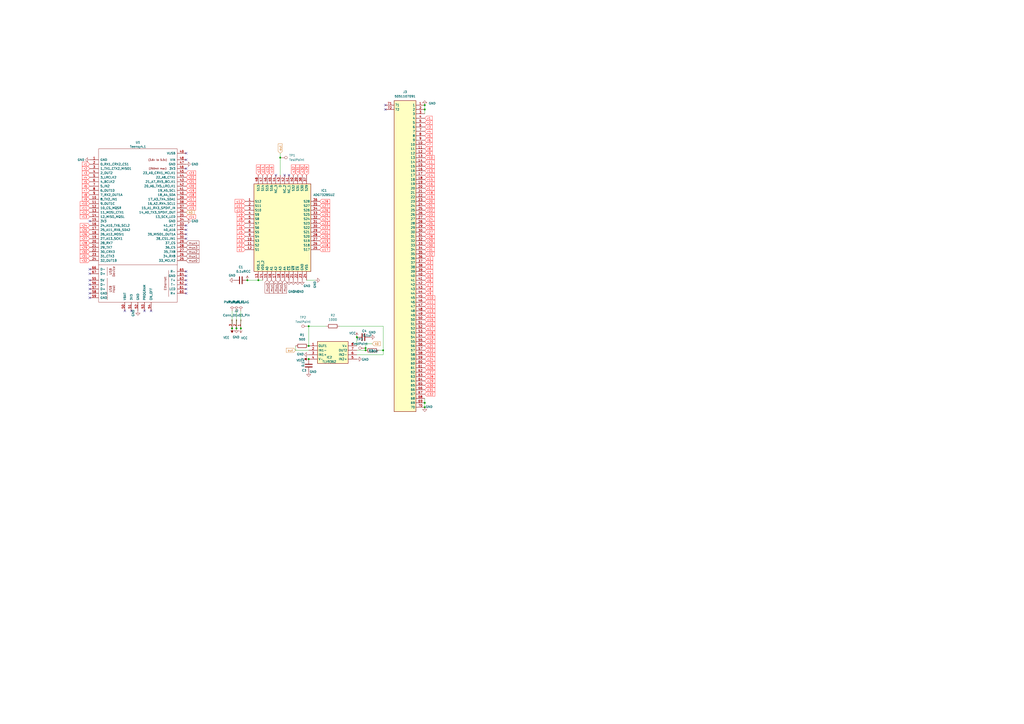
<source format=kicad_sch>
(kicad_sch (version 20231120) (generator "eeschema") (generator_version "8.0")
  (paper "A2")
  (lib_symbols
    (symbol "5051107091:5051107091"
      (property "Reference" "J" (at 19.05 7.62 0))
      (property "Value" "5051107091" (at 19.05 5.08 0))
      (symbol "5051107091_1_1"
        (rectangle (start 5.08 2.54) (end 17.78 -177.8) (stroke (width 0.254)) (fill (type background)))
        (pin passive line (at 22.86 0 180) (length 5.08) (name "1") (number "1"))
        (pin passive line (at 22.86 -22.86 180) (length 5.08) (name "10") (number "10"))
        (pin passive line (at 22.86 -25.4 180) (length 5.08) (name "11") (number "11"))
        (pin passive line (at 22.86 -27.94 180) (length 5.08) (name "12") (number "12"))
        (pin passive line (at 22.86 -30.48 180) (length 5.08) (name "13") (number "13"))
        (pin passive line (at 22.86 -33.02 180) (length 5.08) (name "14") (number "14"))
        (pin passive line (at 22.86 -35.56 180) (length 5.08) (name "15") (number "15"))
        (pin passive line (at 22.86 -38.1 180) (length 5.08) (name "16") (number "16"))
        (pin passive line (at 22.86 -40.64 180) (length 5.08) (name "17") (number "17"))
        (pin passive line (at 22.86 -43.18 180) (length 5.08) (name "18") (number "18"))
        (pin passive line (at 22.86 -45.72 180) (length 5.08) (name "19") (number "19"))
        (pin passive line (at 22.86 -2.54 180) (length 5.08) (name "2") (number "2"))
        (pin passive line (at 22.86 -48.26 180) (length 5.08) (name "20") (number "20"))
        (pin passive line (at 22.86 -50.8 180) (length 5.08) (name "21") (number "21"))
        (pin passive line (at 22.86 -53.34 180) (length 5.08) (name "22") (number "22"))
        (pin passive line (at 22.86 -55.88 180) (length 5.08) (name "23") (number "23"))
        (pin passive line (at 22.86 -58.42 180) (length 5.08) (name "24") (number "24"))
        (pin passive line (at 22.86 -60.96 180) (length 5.08) (name "25") (number "25"))
        (pin passive line (at 22.86 -63.5 180) (length 5.08) (name "26") (number "26"))
        (pin passive line (at 22.86 -66.04 180) (length 5.08) (name "27") (number "27"))
        (pin passive line (at 22.86 -68.58 180) (length 5.08) (name "28") (number "28"))
        (pin passive line (at 22.86 -71.12 180) (length 5.08) (name "29") (number "29"))
        (pin passive line (at 22.86 -5.08 180) (length 5.08) (name "3") (number "3"))
        (pin passive line (at 22.86 -73.66 180) (length 5.08) (name "30") (number "30"))
        (pin passive line (at 22.86 -76.2 180) (length 5.08) (name "31") (number "31"))
        (pin passive line (at 22.86 -78.74 180) (length 5.08) (name "32") (number "32"))
        (pin passive line (at 22.86 -81.28 180) (length 5.08) (name "33") (number "33"))
        (pin passive line (at 22.86 -83.82 180) (length 5.08) (name "34") (number "34"))
        (pin passive line (at 22.86 -86.36 180) (length 5.08) (name "35") (number "35"))
        (pin passive line (at 22.86 -88.9 180) (length 5.08) (name "36") (number "36"))
        (pin passive line (at 22.86 -91.44 180) (length 5.08) (name "37") (number "37"))
        (pin passive line (at 22.86 -93.98 180) (length 5.08) (name "38") (number "38"))
        (pin passive line (at 22.86 -96.52 180) (length 5.08) (name "39") (number "39"))
        (pin passive line (at 22.86 -7.62 180) (length 5.08) (name "4") (number "4"))
        (pin passive line (at 22.86 -99.06 180) (length 5.08) (name "40") (number "40"))
        (pin passive line (at 22.86 -101.6 180) (length 5.08) (name "41") (number "41"))
        (pin passive line (at 22.86 -104.14 180) (length 5.08) (name "42") (number "42"))
        (pin passive line (at 22.86 -106.68 180) (length 5.08) (name "43") (number "43"))
        (pin passive line (at 22.86 -109.22 180) (length 5.08) (name "44") (number "44"))
        (pin passive line (at 22.86 -111.76 180) (length 5.08) (name "45") (number "45"))
        (pin passive line (at 22.86 -114.3 180) (length 5.08) (name "46") (number "46"))
        (pin passive line (at 22.86 -116.84 180) (length 5.08) (name "47") (number "47"))
        (pin passive line (at 22.86 -119.38 180) (length 5.08) (name "48") (number "48"))
        (pin passive line (at 22.86 -121.92 180) (length 5.08) (name "49") (number "49"))
        (pin passive line (at 22.86 -10.16 180) (length 5.08) (name "5") (number "5"))
        (pin passive line (at 22.86 -124.46 180) (length 5.08) (name "50") (number "50"))
        (pin passive line (at 22.86 -127 180) (length 5.08) (name "51") (number "51"))
        (pin passive line (at 22.86 -129.54 180) (length 5.08) (name "52") (number "52"))
        (pin passive line (at 22.86 -132.08 180) (length 5.08) (name "53") (number "53"))
        (pin passive line (at 22.86 -134.62 180) (length 5.08) (name "54") (number "54"))
        (pin passive line (at 22.86 -137.16 180) (length 5.08) (name "55") (number "55"))
        (pin passive line (at 22.86 -139.7 180) (length 5.08) (name "56") (number "56"))
        (pin passive line (at 22.86 -142.24 180) (length 5.08) (name "57") (number "57"))
        (pin passive line (at 22.86 -144.78 180) (length 5.08) (name "58") (number "58"))
        (pin passive line (at 22.86 -147.32 180) (length 5.08) (name "59") (number "59"))
        (pin passive line (at 22.86 -12.7 180) (length 5.08) (name "6") (number "6"))
        (pin passive line (at 22.86 -149.86 180) (length 5.08) (name "60") (number "60"))
        (pin passive line (at 22.86 -152.4 180) (length 5.08) (name "61") (number "61"))
        (pin passive line (at 22.86 -154.94 180) (length 5.08) (name "62") (number "62"))
        (pin passive line (at 22.86 -157.48 180) (length 5.08) (name "63") (number "63"))
        (pin passive line (at 22.86 -160.02 180) (length 5.08) (name "64") (number "64"))
        (pin passive line (at 22.86 -162.56 180) (length 5.08) (name "65") (number "65"))
        (pin passive line (at 22.86 -165.1 180) (length 5.08) (name "66") (number "66"))
        (pin passive line (at 22.86 -167.64 180) (length 5.08) (name "67") (number "67"))
        (pin passive line (at 22.86 -170.18 180) (length 5.08) (name "68") (number "68"))
        (pin passive line (at 22.86 -172.72 180) (length 5.08) (name "69") (number "69"))
        (pin passive line (at 22.86 -15.24 180) (length 5.08) (name "7") (number "7"))
        (pin passive line (at 22.86 -175.26 180) (length 5.08) (name "70") (number "70"))
        (pin passive line (at 0 0 0) (length 5.08) (name "71") (number "71"))
        (pin passive line (at 0 -2.54 0) (length 5.08) (name "72") (number "72"))
        (pin passive line (at 22.86 -17.78 180) (length 5.08) (name "8") (number "8"))
        (pin passive line (at 22.86 -20.32 180) (length 5.08) (name "9") (number "9"))
      )
    )
    (symbol "ADG732BSUZ:ADG732BSUZ"
      (property "Reference" "IC" (at 39.37 15.24 0))
      (property "Value" "ADG732BSUZ" (at 39.37 12.7 0))
      (symbol "ADG732BSUZ_1_1"
        (rectangle (start 5.08 10.16) (end 38.1 -40.64) (stroke (width 0.254)) (fill (type background)))
        (pin passive line (at 0 0 0) (length 5.08) (name "S12") (number "1"))
        (pin passive line (at 0 -22.86 0) (length 5.08) (name "S3") (number "10"))
        (pin passive line (at 0 -25.4 0) (length 5.08) (name "S2") (number "11"))
        (pin passive line (at 0 -27.94 0) (length 5.08) (name "S1") (number "12"))
        (pin passive line (at 7.62 -45.72 90) (length 5.08) (name "VDD_1") (number "13"))
        (pin passive line (at 10.16 -45.72 90) (length 5.08) (name "VDD_2") (number "14"))
        (pin passive line (at 12.7 -45.72 90) (length 5.08) (name "A0") (number "15"))
        (pin passive line (at 15.24 -45.72 90) (length 5.08) (name "A1") (number "16"))
        (pin passive line (at 17.78 -45.72 90) (length 5.08) (name "A2") (number "17"))
        (pin passive line (at 20.32 -45.72 90) (length 5.08) (name "A3") (number "18"))
        (pin passive line (at 22.86 -45.72 90) (length 5.08) (name "A4") (number "19"))
        (pin passive line (at 0 -2.54 0) (length 5.08) (name "S11") (number "2"))
        (pin passive line (at 25.4 -45.72 90) (length 5.08) (name "~{CS}") (number "20"))
        (pin passive line (at 27.94 -45.72 90) (length 5.08) (name "~{WR}") (number "21"))
        (pin passive line (at 30.48 -45.72 90) (length 5.08) (name "~{EN}") (number "22"))
        (pin passive line (at 33.02 -45.72 90) (length 5.08) (name "GND") (number "23"))
        (pin passive line (at 35.56 -45.72 90) (length 5.08) (name "VSS") (number "24"))
        (pin passive line (at 43.18 -27.94 180) (length 5.08) (name "S17") (number "25"))
        (pin passive line (at 43.18 -25.4 180) (length 5.08) (name "S18") (number "26"))
        (pin passive line (at 43.18 -22.86 180) (length 5.08) (name "S19") (number "27"))
        (pin passive line (at 43.18 -20.32 180) (length 5.08) (name "S20") (number "28"))
        (pin passive line (at 43.18 -17.78 180) (length 5.08) (name "S21") (number "29"))
        (pin passive line (at 0 -5.08 0) (length 5.08) (name "S10") (number "3"))
        (pin passive line (at 43.18 -15.24 180) (length 5.08) (name "S22") (number "30"))
        (pin passive line (at 43.18 -12.7 180) (length 5.08) (name "S23") (number "31"))
        (pin passive line (at 43.18 -10.16 180) (length 5.08) (name "S24") (number "32"))
        (pin passive line (at 43.18 -7.62 180) (length 5.08) (name "S25") (number "33"))
        (pin passive line (at 43.18 -5.08 180) (length 5.08) (name "S26") (number "34"))
        (pin passive line (at 43.18 -2.54 180) (length 5.08) (name "S27") (number "35"))
        (pin passive line (at 43.18 0 180) (length 5.08) (name "S28") (number "36"))
        (pin passive line (at 35.56 15.24 270) (length 5.08) (name "S29") (number "37"))
        (pin passive line (at 33.02 15.24 270) (length 5.08) (name "S30") (number "38"))
        (pin passive line (at 30.48 15.24 270) (length 5.08) (name "S31") (number "39"))
        (pin passive line (at 0 -7.62 0) (length 5.08) (name "S9") (number "4"))
        (pin passive line (at 27.94 15.24 270) (length 5.08) (name "S32") (number "40"))
        (pin passive line (at 25.4 15.24 270) (length 5.08) (name "NC_1") (number "41"))
        (pin passive line (at 22.86 15.24 270) (length 5.08) (name "NC_2") (number "42"))
        (pin passive line (at 20.32 15.24 270) (length 5.08) (name "D") (number "43"))
        (pin passive line (at 17.78 15.24 270) (length 5.08) (name "NC_3") (number "44"))
        (pin passive line (at 15.24 15.24 270) (length 5.08) (name "S16") (number "45"))
        (pin passive line (at 12.7 15.24 270) (length 5.08) (name "S15") (number "46"))
        (pin passive line (at 10.16 15.24 270) (length 5.08) (name "S14") (number "47"))
        (pin passive line (at 7.62 15.24 270) (length 5.08) (name "S13") (number "48"))
        (pin passive line (at 0 -10.16 0) (length 5.08) (name "S8") (number "5"))
        (pin passive line (at 0 -12.7 0) (length 5.08) (name "S7") (number "6"))
        (pin passive line (at 0 -15.24 0) (length 5.08) (name "S6") (number "7"))
        (pin passive line (at 0 -17.78 0) (length 5.08) (name "S5") (number "8"))
        (pin passive line (at 0 -20.32 0) (length 5.08) (name "S4") (number "9"))
      )
    )
    (symbol "Connector:Conn_01x03_Pin" (pin_names (offset 1.016) hide)
      (property "Reference" "J" (at 0 5.08 0))
      (property "Value" "Conn_01x03_Pin" (at 0 -5.08 0))
      (symbol "Conn_01x03_Pin_1_1"
        (polyline (pts (xy 1.27 -2.54) (xy 0.8636 -2.54)) (stroke (width 0.1524)))
        (polyline (pts (xy 1.27 0) (xy 0.8636 0)) (stroke (width 0.1524)))
        (polyline (pts (xy 1.27 2.54) (xy 0.8636 2.54)) (stroke (width 0.1524)))
        (rectangle (start 0.8636 -2.413) (end 0 -2.667) (stroke (width 0.1524)) (fill (type outline)))
        (rectangle (start 0.8636 0.127) (end 0 -0.127) (stroke (width 0.1524)) (fill (type outline)))
        (rectangle (start 0.8636 2.667) (end 0 2.413) (stroke (width 0.1524)) (fill (type outline)))
        (pin passive line (at 5.08 2.54 180) (length 3.81) (name "Pin_1") (number "1"))
        (pin passive line (at 5.08 0 180) (length 3.81) (name "Pin_2") (number "2"))
        (pin passive line (at 5.08 -2.54 180) (length 3.81) (name "Pin_3") (number "3"))
      )
    )
    (symbol "Connector:TestPoint" (pin_numbers hide) (pin_names (offset 0.762) hide)
      (property "Reference" "TP" (at 0 6.858 0))
      (property "Value" "TestPoint" (at 0 5.08 0))
      (symbol "TestPoint_0_1"
        (circle (center 0 3.302) (radius 0.762))
      )
      (symbol "TestPoint_1_1"
        (pin passive line (at 0 0 90) (length 2.54) (name "1") (number "1"))
      )
    )
    (symbol "Device:C" (pin_numbers hide) (pin_names (offset 0.254))
      (property "Reference" "C" (at 0.635 2.54 0))
      (property "Value" "C" (at 0.635 -2.54 0))
      (symbol "C_0_1"
        (polyline (pts (xy -2.032 -0.762) (xy 2.032 -0.762)) (stroke (width 0.508)))
        (polyline (pts (xy -2.032 0.762) (xy 2.032 0.762)) (stroke (width 0.508)))
      )
      (symbol "C_1_1"
        (pin passive line (at 0 3.81 270) (length 2.794) (name "~") (number "1"))
        (pin passive line (at 0 -3.81 90) (length 2.794) (name "~") (number "2"))
      )
    )
    (symbol "Device:R" (pin_numbers hide) (pin_names (offset 0))
      (property "Reference" "R" (at 2.032 0 90))
      (property "Value" "R" (at 0 0 90))
      (symbol "R_0_1"
        (rectangle (start -1.016 -2.54) (end 1.016 2.54) (stroke (width 0.254)))
      )
      (symbol "R_1_1"
        (pin passive line (at 0 3.81 270) (length 1.27) (name "~") (number "1"))
        (pin passive line (at 0 -3.81 90) (length 1.27) (name "~") (number "2"))
      )
    )
    (symbol "LM358BAIDR:LM358BAIDR"
      (property "Reference" "IC" (at 24.13 7.62 0))
      (property "Value" "LM358BAIDR" (at 24.13 5.08 0))
      (symbol "LM358BAIDR_1_1"
        (rectangle (start 5.08 2.54) (end 22.86 -10.16) (stroke (width 0.254)) (fill (type background)))
        (pin passive line (at 0 0 0) (length 5.08) (name "OUT1") (number "1"))
        (pin passive line (at 0 -2.54 0) (length 5.08) (name "IN1-") (number "2"))
        (pin passive line (at 0 -5.08 0) (length 5.08) (name "IN1+") (number "3"))
        (pin passive line (at 0 -7.62 0) (length 5.08) (name "V-") (number "4"))
        (pin passive line (at 27.94 -7.62 180) (length 5.08) (name "IN2+") (number "5"))
        (pin passive line (at 27.94 -5.08 180) (length 5.08) (name "IN2-") (number "6"))
        (pin passive line (at 27.94 -2.54 180) (length 5.08) (name "OUT2") (number "7"))
        (pin passive line (at 27.94 0 180) (length 5.08) (name "V+") (number "8"))
      )
    )
    (symbol "power:GND" (power) (pin_names (offset 0))
      (property "Value" "GND" (at 0 -3.81 0))
      (symbol "GND_0_1"
        (polyline (pts (xy 0 0) (xy 0 -1.27) (xy 1.27 -1.27) (xy 0 -2.54) (xy -1.27 -1.27) (xy 0 -1.27)))
      )
      (symbol "GND_1_1"
        (pin power_in line (at 0 0 270) (length 0) hide (name "GND") (number "1"))
      )
    )
    (symbol "power:PWR_FLAG" (power) (pin_numbers hide) (pin_names (offset 0) hide)
      (property "Value" "PWR_FLAG" (at 0 3.81 0))
      (symbol "PWR_FLAG_0_0"
        (pin power_out line (at 0 0 90) (length 0) (name "~") (number "1"))
      )
      (symbol "PWR_FLAG_0_1"
        (polyline (pts (xy 0 0) (xy 0 1.27) (xy -1.016 1.905) (xy 0 2.54) (xy 1.016 1.905) (xy 0 1.27)))
      )
    )
    (symbol "power:VCC" (power) (pin_names (offset 0))
      (property "Value" "VCC" (at 0 3.81 0))
      (symbol "VCC_0_1"
        (polyline (pts (xy -0.762 1.27) (xy 0 2.54)))
        (polyline (pts (xy 0 0) (xy 0 2.54)))
        (polyline (pts (xy 0 2.54) (xy 0.762 1.27)))
      )
      (symbol "VCC_1_1"
        (pin power_in line (at 0 0 90) (length 0) hide (name "VCC") (number "1"))
      )
    )
    (symbol "power:VEE" (power) (pin_numbers hide) (pin_names (offset 0) hide)
      (property "Value" "VEE" (at 0 3.556 0))
      (symbol "VEE_0_1"
        (polyline (pts (xy 0 0) (xy 0 2.54)))
        (polyline (pts (xy 0.762 1.27) (xy -0.762 1.27) (xy 0 2.54) (xy 0.762 1.27)) (fill (type outline)))
      )
      (symbol "VEE_1_1"
        (pin power_in line (at 0 0 90) (length 0) (name "~") (number "1"))
      )
    )
    (symbol "teensy:Teensy4.1" (pin_names (offset 1.016))
      (property "Reference" "U" (at 0 64.77 0))
      (property "Value" "Teensy4.1" (at 0 62.23 0))
      (symbol "Teensy4.1_0_0"
        (polyline (pts (xy -22.86 -6.35) (xy 22.86 -6.35)))
        (polyline (pts (xy -17.78 -26.67) (xy -17.78 -13.97)))
        (polyline (pts (xy -17.78 -7.62) (xy -17.78 -12.7)))
        (polyline (pts (xy 17.78 -9.525) (xy 17.78 -24.765)))
        (text "(250mA max)" (at 11.43 49.53 0) (effects (font (size 1.016 1.016))))
        (text "(3.6v to 5.5v)" (at 11.43 54.61 0) (effects (font (size 1.016 1.016))))
        (text "Device" (at -13.97 -10.16 900) (effects (font (size 1.27 1.27))))
        (text "Ethernet" (at 15.875 -17.145 900) (effects (font (size 1.27 1.27))))
        (text "Host" (at -13.97 -20.32 900) (effects (font (size 1.27 1.27))))
        (text "USB" (at -15.875 -20.32 900) (effects (font (size 1.27 1.27))))
        (text "USB" (at -15.875 -10.16 900) (effects (font (size 1.27 1.27))))
        (pin bidirectional line (at -27.94 31.75 0) (length 5.08) (name "8_TX2_IN1") (number "10"))
        (pin bidirectional line (at -27.94 29.21 0) (length 5.08) (name "9_OUT1C") (number "11"))
        (pin bidirectional line (at -27.94 26.67 0) (length 5.08) (name "10_CS_MQSR") (number "12"))
        (pin bidirectional line (at -27.94 24.13 0) (length 5.08) (name "11_MOSI_CTX1") (number "13"))
        (pin bidirectional line (at -27.94 21.59 0) (length 5.08) (name "12_MISO_MQSL") (number "14"))
        (pin power_in line (at -27.94 19.05 0) (length 5.08) (name "3V3") (number "15"))
        (pin bidirectional line (at -27.94 16.51 0) (length 5.08) (name "24_A10_TX6_SCL2") (number "16"))
        (pin bidirectional line (at -27.94 13.97 0) (length 5.08) (name "25_A11_RX6_SDA2") (number "17"))
        (pin bidirectional line (at -27.94 11.43 0) (length 5.08) (name "26_A12_MOSI1") (number "18"))
        (pin bidirectional line (at -27.94 8.89 0) (length 5.08) (name "27_A13_SCK1") (number "19"))
        (pin bidirectional line (at -27.94 6.35 0) (length 5.08) (name "28_RX7") (number "20"))
        (pin bidirectional line (at -27.94 3.81 0) (length 5.08) (name "29_TX7") (number "21"))
        (pin bidirectional line (at -27.94 1.27 0) (length 5.08) (name "30_CRX3") (number "22"))
        (pin bidirectional line (at -27.94 -1.27 0) (length 5.08) (name "31_CTX3") (number "23"))
        (pin bidirectional line (at -27.94 -3.81 0) (length 5.08) (name "32_OUT1B") (number "24"))
        (pin bidirectional line (at 27.94 -3.81 180) (length 5.08) (name "33_MCLK2") (number "25"))
        (pin bidirectional line (at 27.94 -1.27 180) (length 5.08) (name "34_RX8") (number "26"))
        (pin bidirectional line (at 27.94 1.27 180) (length 5.08) (name "35_TX8") (number "27"))
        (pin bidirectional line (at 27.94 3.81 180) (length 5.08) (name "36_CS") (number "28"))
        (pin bidirectional line (at 27.94 6.35 180) (length 5.08) (name "37_CS") (number "29"))
        (pin bidirectional line (at 27.94 8.89 180) (length 5.08) (name "38_CS1_IN1") (number "30"))
        (pin bidirectional line (at 27.94 11.43 180) (length 5.08) (name "39_MISO1_OUT1A") (number "31"))
        (pin bidirectional line (at 27.94 13.97 180) (length 5.08) (name "40_A16") (number "32"))
        (pin bidirectional line (at 27.94 16.51 180) (length 5.08) (name "41_A17") (number "33"))
        (pin bidirectional line (at 27.94 21.59 180) (length 5.08) (name "13_SCK_LED") (number "35"))
        (pin bidirectional line (at 27.94 24.13 180) (length 5.08) (name "14_A0_TX3_SPDIF_OUT") (number "36"))
        (pin bidirectional line (at 27.94 26.67 180) (length 5.08) (name "15_A1_RX3_SPDIF_IN") (number "37"))
        (pin bidirectional line (at 27.94 29.21 180) (length 5.08) (name "16_A2_RX4_SCL1") (number "38"))
        (pin bidirectional line (at 27.94 31.75 180) (length 5.08) (name "17_A3_TX4_SDA1") (number "39"))
        (pin bidirectional line (at 27.94 34.29 180) (length 5.08) (name "18_A4_SDA") (number "40"))
        (pin bidirectional line (at 27.94 36.83 180) (length 5.08) (name "19_A5_SCL") (number "41"))
        (pin bidirectional line (at 27.94 39.37 180) (length 5.08) (name "20_A6_TX5_LRCLK1") (number "42"))
        (pin bidirectional line (at 27.94 41.91 180) (length 5.08) (name "21_A7_RX5_BCLK1") (number "43"))
        (pin bidirectional line (at 27.94 44.45 180) (length 5.08) (name "22_A8_CTX1") (number "44"))
        (pin bidirectional line (at 27.94 46.99 180) (length 5.08) (name "23_A9_CRX1_MCLK1") (number "45"))
        (pin output line (at 27.94 49.53 180) (length 5.08) (name "3V3") (number "46"))
        (pin output line (at 27.94 52.07 180) (length 5.08) (name "GND") (number "47"))
        (pin power_in line (at 27.94 54.61 180) (length 5.08) (name "VIN") (number "48"))
        (pin power_out line (at 27.94 58.42 180) (length 5.08) (name "VUSB") (number "49"))
        (pin bidirectional line (at -27.94 44.45 0) (length 5.08) (name "3_LRCLK2") (number "5"))
        (pin power_in line (at -7.62 -33.02 90) (length 5.08) (name "VBAT") (number "50"))
        (pin power_in line (at -3.81 -33.02 90) (length 5.08) (name "3V3") (number "51"))
        (pin input line (at 0 -33.02 90) (length 5.08) (name "GND") (number "52"))
        (pin input line (at 3.81 -33.02 90) (length 5.08) (name "PROGRAM") (number "53"))
        (pin input line (at 7.62 -33.02 90) (length 5.08) (name "ON_OFF") (number "54"))
        (pin power_out line (at -27.94 -15.24 0) (length 5.08) (name "5V") (number "55"))
        (pin bidirectional line (at -27.94 -17.78 0) (length 5.08) (name "D-") (number "56"))
        (pin bidirectional line (at -27.94 -20.32 0) (length 5.08) (name "D+") (number "57"))
        (pin power_in line (at -27.94 -22.86 0) (length 5.08) (name "GND") (number "58"))
        (pin power_in line (at -27.94 -25.4 0) (length 5.08) (name "GND") (number "59"))
        (pin bidirectional line (at -27.94 41.91 0) (length 5.08) (name "4_BCLK2") (number "6"))
        (pin bidirectional line (at 27.94 -22.86 180) (length 5.08) (name "R+") (number "60"))
        (pin bidirectional line (at 27.94 -20.32 180) (length 5.08) (name "LED") (number "61"))
        (pin bidirectional line (at 27.94 -17.78 180) (length 5.08) (name "T-") (number "62"))
        (pin bidirectional line (at 27.94 -15.24 180) (length 5.08) (name "T+") (number "63"))
        (pin power_in line (at 27.94 -12.7 180) (length 5.08) (name "GND") (number "64"))
        (pin bidirectional line (at 27.94 -10.16 180) (length 5.08) (name "R-") (number "65"))
        (pin bidirectional line (at -27.94 -8.89 0) (length 5.08) (name "D-") (number "66"))
        (pin bidirectional line (at -27.94 -11.43 0) (length 5.08) (name "D+") (number "67"))
        (pin bidirectional line (at -27.94 39.37 0) (length 5.08) (name "5_IN2") (number "7"))
        (pin bidirectional line (at -27.94 36.83 0) (length 5.08) (name "6_OUT1D") (number "8"))
        (pin bidirectional line (at -27.94 34.29 0) (length 5.08) (name "7_RX2_OUT1A") (number "9"))
      )
      (symbol "Teensy4.1_0_1"
        (rectangle (start -22.86 60.96) (end 22.86 -27.94))
        (rectangle (start -20.32 -1.27) (end -20.32 -1.27))
      )
      (symbol "Teensy4.1_1_1"
        (pin power_in line (at -27.94 54.61 0) (length 5.08) (name "GND") (number "1"))
        (pin bidirectional line (at -27.94 52.07 0) (length 5.08) (name "0_RX1_CRX2_CS1") (number "2"))
        (pin bidirectional line (at -27.94 49.53 0) (length 5.08) (name "1_TX1_CTX2_MISO1") (number "3"))
        (pin power_in line (at 27.94 19.05 180) (length 5.08) (name "GND") (number "34"))
        (pin bidirectional line (at -27.94 46.99 0) (length 5.08) (name "2_OUT2") (number "4"))
      )
    )
  )
  (junction (at 139.7 190.5))
  (junction (at 162.56 91.44))
  (junction (at 137.16 190.5))
  (junction (at 212.09 201.93))
  (junction (at 246.38 63.5))
  (junction (at 246.38 233.68))
  (junction (at 179.07 189.23))
  (junction (at 212.09 203.2))
  (junction (at 246.38 60.96))
  (junction (at 179.07 208.28))
  (junction (at 246.38 236.22))
  (junction (at 134.62 190.5))
  (junction (at 143.51 162.56))
  (junction (at 222.25 203.2))
  (junction (at 149.86 162.56))
  (junction (at 179.07 200.66))
  (junction (at 207.01 195.58))
  (no_connect (at 107.95 130.81))
  (no_connect (at 83.82 180.34))
  (no_connect (at 72.39 180.34))
  (no_connect (at 76.2 180.34))
  (no_connect (at 107.95 157.48))
  (no_connect (at 107.95 135.89))
  (no_connect (at 107.95 133.35))
  (no_connect (at 107.95 138.43))
  (no_connect (at 52.07 165.1))
  (no_connect (at 107.95 160.02))
  (no_connect (at 107.95 165.1))
  (no_connect (at 107.95 97.79))
  (no_connect (at 87.63 180.34))
  (no_connect (at 52.07 158.75))
  (no_connect (at 52.07 172.72))
  (no_connect (at 52.07 156.21))
  (no_connect (at 107.95 170.18))
  (no_connect (at 107.95 162.56))
  (no_connect (at 52.07 128.27))
  (no_connect (at 52.07 167.64))
  (no_connect (at 52.07 170.18))
  (no_connect (at 107.95 88.9))
  (no_connect (at 223.52 63.5))
  (no_connect (at 52.07 162.56))
  (no_connect (at 107.95 92.71))
  (no_connect (at 107.95 167.64))
  (no_connect (at 167.64 101.6))
  (no_connect (at 160.02 101.6))
  (no_connect (at 223.52 60.96))
  (no_connect (at 165.1 101.6))
  (wire (pts (xy 246.38 231.14) (xy 246.38 233.68)))
  (wire (pts (xy 177.8 162.56) (xy 182.88 162.56)))
  (wire (pts (xy 143.51 162.56) (xy 149.86 162.56)))
  (wire (pts (xy 207.01 200.66) (xy 207.01 195.58)))
  (wire (pts (xy 162.56 88.9) (xy 162.56 91.44)))
  (wire (pts (xy 222.25 189.23) (xy 222.25 203.2)))
  (wire (pts (xy 212.09 201.93) (xy 212.09 203.2)))
  (wire (pts (xy 196.85 189.23) (xy 222.25 189.23)))
  (wire (pts (xy 222.25 203.2) (xy 222.25 205.74)))
  (wire (pts (xy 179.07 200.66) (xy 179.07 189.23)))
  (wire (pts (xy 162.56 91.44) (xy 162.56 101.6)))
  (wire (pts (xy 246.38 63.5) (xy 246.38 66.04)))
  (wire (pts (xy 219.71 203.2) (xy 222.25 203.2)))
  (wire (pts (xy 215.9 199.39) (xy 212.09 199.39)))
  (wire (pts (xy 207.01 205.74) (xy 222.25 205.74)))
  (wire (pts (xy 134.62 180.34) (xy 134.62 190.5)))
  (wire (pts (xy 246.38 60.96) (xy 246.38 63.5)))
  (wire (pts (xy 179.07 189.23) (xy 189.23 189.23)))
  (wire (pts (xy 212.09 199.39) (xy 212.09 201.93)))
  (wire (pts (xy 137.16 180.34) (xy 137.16 190.5)))
  (wire (pts (xy 139.7 180.34) (xy 139.7 190.5)))
  (wire (pts (xy 149.86 162.56) (xy 152.4 162.56)))
  (wire (pts (xy 207.01 203.2) (xy 212.09 203.2)))
  (wire (pts (xy 171.45 203.2) (xy 171.45 200.66)))
  (wire (pts (xy 246.38 233.68) (xy 246.38 236.22)))
  (wire (pts (xy 179.07 203.2) (xy 171.45 203.2)))
  (global_label "c30" (shape input) (at 246.38 223.52 0) (property "Intersheetrefs" "${INTERSHEET_REFS}" (effects (hide yes))))
  (global_label "c29" (shape input) (at 177.8 101.6 90) (property "Intersheetrefs" "${INTERSHEET_REFS}" (effects (hide yes))))
  (global_label "c1" (shape input) (at 142.24 144.78 180) (property "Intersheetrefs" "${INTERSHEET_REFS}" (effects (hide yes))))
  (global_label "r13" (shape input) (at 246.38 99.06 0) (property "Intersheetrefs" "${INTERSHEET_REFS}" (effects (hide yes))))
  (global_label "c21" (shape input) (at 246.38 200.66 0) (property "Intersheetrefs" "${INTERSHEET_REFS}" (effects (hide yes))))
  (global_label "c31" (shape input) (at 246.38 226.06 0) (property "Intersheetrefs" "${INTERSHEET_REFS}" (effects (hide yes))))
  (global_label "c24" (shape input) (at 246.38 208.28 0) (property "Intersheetrefs" "${INTERSHEET_REFS}" (effects (hide yes))))
  (global_label "r22" (shape input) (at 246.38 121.92 0) (property "Intersheetrefs" "${INTERSHEET_REFS}" (effects (hide yes))))
  (global_label "r20" (shape input) (at 107.95 107.95 0) (property "Intersheetrefs" "${INTERSHEET_REFS}" (effects (hide yes))))
  (global_label "c19" (shape input) (at 246.38 195.58 0) (property "Intersheetrefs" "${INTERSHEET_REFS}" (effects (hide yes))))
  (global_label "c22" (shape input) (at 246.38 203.2 0) (property "Intersheetrefs" "${INTERSHEET_REFS}" (effects (hide yes))))
  (global_label "mux3" (shape input) (at 107.95 143.51 0) (property "Intersheetrefs" "${INTERSHEET_REFS}" (effects (hide yes))))
  (global_label "c32" (shape input) (at 170.18 101.6 90) (property "Intersheetrefs" "${INTERSHEET_REFS}" (effects (hide yes))))
  (global_label "r1" (shape input) (at 52.07 95.25 180) (property "Intersheetrefs" "${INTERSHEET_REFS}" (effects (hide yes))))
  (global_label "c14" (shape input) (at 246.38 182.88 0) (property "Intersheetrefs" "${INTERSHEET_REFS}" (effects (hide yes))))
  (global_label "c10" (shape input) (at 142.24 121.92 180) (property "Intersheetrefs" "${INTERSHEET_REFS}" (effects (hide yes))))
  (global_label "r15" (shape input) (at 246.38 104.14 0) (property "Intersheetrefs" "${INTERSHEET_REFS}" (effects (hide yes))))
  (global_label "r18" (shape input) (at 246.38 111.76 0) (property "Intersheetrefs" "${INTERSHEET_REFS}" (effects (hide yes))))
  (global_label "r9" (shape input) (at 52.07 115.57 180) (property "Intersheetrefs" "${INTERSHEET_REFS}" (effects (hide yes))))
  (global_label "c6" (shape input) (at 142.24 132.08 180) (property "Intersheetrefs" "${INTERSHEET_REFS}" (effects (hide yes))))
  (global_label "c11" (shape input) (at 142.24 119.38 180) (property "Intersheetrefs" "${INTERSHEET_REFS}" (effects (hide yes))))
  (global_label "c9" (shape input) (at 142.24 124.46 180) (property "Intersheetrefs" "${INTERSHEET_REFS}" (effects (hide yes))))
  (global_label "c20" (shape input) (at 185.42 137.16 0) (property "Intersheetrefs" "${INTERSHEET_REFS}" (effects (hide yes))))
  (global_label "c25" (shape input) (at 185.42 124.46 0) (property "Intersheetrefs" "${INTERSHEET_REFS}" (effects (hide yes))))
  (global_label "c2" (shape input) (at 142.24 142.24 180) (property "Intersheetrefs" "${INTERSHEET_REFS}" (effects (hide yes))))
  (global_label "c8" (shape input) (at 142.24 127 180) (property "Intersheetrefs" "${INTERSHEET_REFS}" (effects (hide yes))))
  (global_label "c30" (shape input) (at 175.26 101.6 90) (property "Intersheetrefs" "${INTERSHEET_REFS}" (effects (hide yes))))
  (global_label "c25" (shape input) (at 246.38 210.82 0) (property "Intersheetrefs" "${INTERSHEET_REFS}" (effects (hide yes))))
  (global_label "r27" (shape input) (at 52.07 138.43 180) (property "Intersheetrefs" "${INTERSHEET_REFS}" (effects (hide yes))))
  (global_label "r28" (shape input) (at 52.07 140.97 180) (property "Intersheetrefs" "${INTERSHEET_REFS}" (effects (hide yes))))
  (global_label "c32" (shape input) (at 246.38 228.6 0) (property "Intersheetrefs" "${INTERSHEET_REFS}" (effects (hide yes))))
  (global_label "c31" (shape input) (at 172.72 101.6 90) (property "Intersheetrefs" "${INTERSHEET_REFS}" (effects (hide yes))))
  (global_label "c20" (shape input) (at 246.38 198.12 0) (property "Intersheetrefs" "${INTERSHEET_REFS}" (effects (hide yes))))
  (global_label "r12" (shape input) (at 246.38 96.52 0) (property "Intersheetrefs" "${INTERSHEET_REFS}" (effects (hide yes))))
  (global_label "r13" (shape input) (at 52.07 125.73 180) (property "Intersheetrefs" "${INTERSHEET_REFS}" (effects (hide yes))))
  (global_label "c16" (shape input) (at 246.38 187.96 0) (property "Intersheetrefs" "${INTERSHEET_REFS}" (effects (hide yes))))
  (global_label "r26" (shape input) (at 246.38 132.08 0) (property "Intersheetrefs" "${INTERSHEET_REFS}" (effects (hide yes))))
  (global_label "r27" (shape input) (at 246.38 134.62 0) (property "Intersheetrefs" "${INTERSHEET_REFS}" (effects (hide yes))))
  (global_label "c7" (shape input) (at 142.24 129.54 180) (property "Intersheetrefs" "${INTERSHEET_REFS}" (effects (hide yes))))
  (global_label "r17" (shape input) (at 246.38 109.22 0) (property "Intersheetrefs" "${INTERSHEET_REFS}" (effects (hide yes))))
  (global_label "r14" (shape input) (at 107.95 125.73 0) (property "Intersheetrefs" "${INTERSHEET_REFS}" (effects (hide yes))))
  (global_label "r24" (shape input) (at 52.07 130.81 180) (property "Intersheetrefs" "${INTERSHEET_REFS}" (effects (hide yes))))
  (global_label "r25" (shape input) (at 52.07 133.35 180) (property "Intersheetrefs" "${INTERSHEET_REFS}" (effects (hide yes))))
  (global_label "r32" (shape input) (at 246.38 147.32 0) (property "Intersheetrefs" "${INTERSHEET_REFS}" (effects (hide yes))))
  (global_label "r14" (shape input) (at 246.38 101.6 0) (property "Intersheetrefs" "${INTERSHEET_REFS}" (effects (hide yes))))
  (global_label "c28" (shape input) (at 185.42 116.84 0) (property "Intersheetrefs" "${INTERSHEET_REFS}" (effects (hide yes))))
  (global_label "c13" (shape input) (at 149.86 101.6 90) (property "Intersheetrefs" "${INTERSHEET_REFS}" (effects (hide yes))))
  (global_label "c14" (shape input) (at 152.4 101.6 90) (property "Intersheetrefs" "${INTERSHEET_REFS}" (effects (hide yes))))
  (global_label "c1" (shape input) (at 246.38 149.86 0) (property "Intersheetrefs" "${INTERSHEET_REFS}" (effects (hide yes))))
  (global_label "c16" (shape input) (at 157.48 101.6 90) (property "Intersheetrefs" "${INTERSHEET_REFS}" (effects (hide yes))))
  (global_label "r18" (shape input) (at 107.95 113.03 0) (property "Intersheetrefs" "${INTERSHEET_REFS}" (effects (hide yes))))
  (global_label "c24" (shape input) (at 185.42 127 0) (property "Intersheetrefs" "${INTERSHEET_REFS}" (effects (hide yes))))
  (global_label "c23" (shape input) (at 185.42 129.54 0) (property "Intersheetrefs" "${INTERSHEET_REFS}" (effects (hide yes))))
  (global_label "mux1" (shape input) (at 107.95 148.59 0) (property "Intersheetrefs" "${INTERSHEET_REFS}" (effects (hide yes))))
  (global_label "r2" (shape input) (at 52.07 97.79 180) (property "Intersheetrefs" "${INTERSHEET_REFS}" (effects (hide yes))))
  (global_label "r31" (shape input) (at 52.07 148.59 180) (property "Intersheetrefs" "${INTERSHEET_REFS}" (effects (hide yes))))
  (global_label "c12" (shape input) (at 246.38 177.8 0) (property "Intersheetrefs" "${INTERSHEET_REFS}" (effects (hide yes))))
  (global_label "mux4" (shape input) (at 107.95 140.97 0) (property "Intersheetrefs" "${INTERSHEET_REFS}" (effects (hide yes))))
  (global_label "r31" (shape input) (at 246.38 144.78 0) (property "Intersheetrefs" "${INTERSHEET_REFS}" (effects (hide yes))))
  (global_label "r11" (shape input) (at 52.07 120.65 180) (property "Intersheetrefs" "${INTERSHEET_REFS}" (effects (hide yes))))
  (global_label "c13" (shape input) (at 246.38 180.34 0) (property "Intersheetrefs" "${INTERSHEET_REFS}" (effects (hide yes))))
  (global_label "c6" (shape input) (at 246.38 162.56 0) (property "Intersheetrefs" "${INTERSHEET_REFS}" (effects (hide yes))))
  (global_label "mux1" (shape input) (at 157.48 162.56 270) (property "Intersheetrefs" "${INTERSHEET_REFS}" (effects (hide yes))))
  (global_label "mux0" (shape input) (at 107.95 151.13 0) (property "Intersheetrefs" "${INTERSHEET_REFS}" (effects (hide yes))))
  (global_label "r32" (shape input) (at 52.07 151.13 180) (property "Intersheetrefs" "${INTERSHEET_REFS}" (effects (hide yes))))
  (global_label "r30" (shape input) (at 52.07 146.05 180) (property "Intersheetrefs" "${INTERSHEET_REFS}" (effects (hide yes))))
  (global_label "r25" (shape input) (at 246.38 129.54 0) (property "Intersheetrefs" "${INTERSHEET_REFS}" (effects (hide yes))))
  (global_label "r4" (shape input) (at 52.07 102.87 180) (property "Intersheetrefs" "${INTERSHEET_REFS}" (effects (hide yes))))
  (global_label "r3" (shape input) (at 246.38 73.66 0) (property "Intersheetrefs" "${INTERSHEET_REFS}" (effects (hide yes))))
  (global_label "c15" (shape input) (at 154.94 101.6 90) (property "Intersheetrefs" "${INTERSHEET_REFS}" (effects (hide yes))))
  (global_label "r17" (shape input) (at 107.95 115.57 0) (property "Intersheetrefs" "${INTERSHEET_REFS}" (effects (hide yes))))
  (global_label "c9" (shape input) (at 246.38 170.18 0) (property "Intersheetrefs" "${INTERSHEET_REFS}" (effects (hide yes))))
  (global_label "c17" (shape input) (at 246.38 190.5 0) (property "Intersheetrefs" "${INTERSHEET_REFS}" (effects (hide yes))))
  (global_label "r1" (shape input) (at 246.38 68.58 0) (property "Intersheetrefs" "${INTERSHEET_REFS}" (effects (hide yes))))
  (global_label "c15" (shape input) (at 246.38 185.42 0) (property "Intersheetrefs" "${INTERSHEET_REFS}" (effects (hide yes))))
  (global_label "c19" (shape input) (at 185.42 139.7 0) (property "Intersheetrefs" "${INTERSHEET_REFS}" (effects (hide yes))))
  (global_label "r29" (shape input) (at 52.07 143.51 180) (property "Intersheetrefs" "${INTERSHEET_REFS}" (effects (hide yes))))
  (global_label "r16" (shape input) (at 246.38 106.68 0) (property "Intersheetrefs" "${INTERSHEET_REFS}" (effects (hide yes))))
  (global_label "mux4" (shape input) (at 165.1 162.56 270) (property "Intersheetrefs" "${INTERSHEET_REFS}" (effects (hide yes))))
  (global_label "r19" (shape input) (at 246.38 114.3 0) (property "Intersheetrefs" "${INTERSHEET_REFS}" (effects (hide yes))))
  (global_label "c4" (shape input) (at 246.38 157.48 0) (property "Intersheetrefs" "${INTERSHEET_REFS}" (effects (hide yes))))
  (global_label "r9" (shape input) (at 246.38 88.9 0) (property "Intersheetrefs" "${INTERSHEET_REFS}" (effects (hide yes))))
  (global_label "r11" (shape input) (at 246.38 93.98 0) (property "Intersheetrefs" "${INTERSHEET_REFS}" (effects (hide yes))))
  (global_label "c21" (shape input) (at 185.42 134.62 0) (property "Intersheetrefs" "${INTERSHEET_REFS}" (effects (hide yes))))
  (global_label "r5" (shape input) (at 246.38 78.74 0) (property "Intersheetrefs" "${INTERSHEET_REFS}" (effects (hide yes))))
  (global_label "r20" (shape input) (at 246.38 116.84 0) (property "Intersheetrefs" "${INTERSHEET_REFS}" (effects (hide yes))))
  (global_label "r26" (shape input) (at 52.07 135.89 180) (property "Intersheetrefs" "${INTERSHEET_REFS}" (effects (hide yes))))
  (global_label "r23" (shape input) (at 246.38 124.46 0) (property "Intersheetrefs" "${INTERSHEET_REFS}" (effects (hide yes))))
  (global_label "r3" (shape input) (at 52.07 100.33 180) (property "Intersheetrefs" "${INTERSHEET_REFS}" (effects (hide yes))))
  (global_label "c4" (shape input) (at 142.24 137.16 180) (property "Intersheetrefs" "${INTERSHEET_REFS}" (effects (hide yes))))
  (global_label "r2" (shape input) (at 246.38 71.12 0) (property "Intersheetrefs" "${INTERSHEET_REFS}" (effects (hide yes))))
  (global_label "c5" (shape input) (at 142.24 134.62 180) (property "Intersheetrefs" "${INTERSHEET_REFS}" (effects (hide yes))))
  (global_label "c28" (shape input) (at 246.38 218.44 0) (property "Intersheetrefs" "${INTERSHEET_REFS}" (effects (hide yes))))
  (global_label "mux2" (shape input) (at 107.95 146.05 0) (property "Intersheetrefs" "${INTERSHEET_REFS}" (effects (hide yes))))
  (global_label "c26" (shape input) (at 185.42 121.92 0) (property "Intersheetrefs" "${INTERSHEET_REFS}" (effects (hide yes))))
  (global_label "A0" (shape input) (at 215.9 199.39 0) (property "Intersheetrefs" "${INTERSHEET_REFS}" (effects (hide yes))))
  (global_label "out" (shape input) (at 171.45 203.2 180) (property "Intersheetrefs" "${INTERSHEET_REFS}" (effects (hide yes))))
  (global_label "r15" (shape input) (at 107.95 120.65 0) (property "Intersheetrefs" "${INTERSHEET_REFS}" (effects (hide yes))))
  (global_label "r8" (shape input) (at 52.07 113.03 180) (property "Intersheetrefs" "${INTERSHEET_REFS}" (effects (hide yes))))
  (global_label "c27" (shape input) (at 185.42 119.38 0) (property "Intersheetrefs" "${INTERSHEET_REFS}" (effects (hide yes))))
  (global_label "c3" (shape input) (at 142.24 139.7 180) (property "Intersheetrefs" "${INTERSHEET_REFS}" (effects (hide yes))))
  (global_label "r7" (shape input) (at 246.38 83.82 0) (property "Intersheetrefs" "${INTERSHEET_REFS}" (effects (hide yes))))
  (global_label "c29" (shape input) (at 246.38 220.98 0) (property "Intersheetrefs" "${INTERSHEET_REFS}" (effects (hide yes))))
  (global_label "c7" (shape input) (at 246.38 165.1 0) (property "Intersheetrefs" "${INTERSHEET_REFS}" (effects (hide yes))))
  (global_label "r12" (shape input) (at 52.07 123.19 180) (property "Intersheetrefs" "${INTERSHEET_REFS}" (effects (hide yes))))
  (global_label "c23" (shape input) (at 246.38 205.74 0) (property "Intersheetrefs" "${INTERSHEET_REFS}" (effects (hide yes))))
  (global_label "mux0" (shape input) (at 154.94 162.56 270) (property "Intersheetrefs" "${INTERSHEET_REFS}" (effects (hide yes))))
  (global_label "c18" (shape input) (at 246.38 193.04 0) (property "Intersheetrefs" "${INTERSHEET_REFS}" (effects (hide yes))))
  (global_label "c10" (shape input) (at 246.38 172.72 0) (property "Intersheetrefs" "${INTERSHEET_REFS}" (effects (hide yes))))
  (global_label "r28" (shape input) (at 246.38 137.16 0) (property "Intersheetrefs" "${INTERSHEET_REFS}" (effects (hide yes))))
  (global_label "c11" (shape input) (at 246.38 175.26 0) (property "Intersheetrefs" "${INTERSHEET_REFS}" (effects (hide yes))))
  (global_label "c22" (shape input) (at 185.42 132.08 0) (property "Intersheetrefs" "${INTERSHEET_REFS}" (effects (hide yes))))
  (global_label "c2" (shape input) (at 246.38 152.4 0) (property "Intersheetrefs" "${INTERSHEET_REFS}" (effects (hide yes))))
  (global_label "r6" (shape input) (at 246.38 81.28 0) (property "Intersheetrefs" "${INTERSHEET_REFS}" (effects (hide yes))))
  (global_label "r10" (shape input) (at 246.38 91.44 0) (property "Intersheetrefs" "${INTERSHEET_REFS}" (effects (hide yes))))
  (global_label "r6" (shape input) (at 52.07 107.95 180) (property "Intersheetrefs" "${INTERSHEET_REFS}" (effects (hide yes))))
  (global_label "r24" (shape input) (at 246.38 127 0) (property "Intersheetrefs" "${INTERSHEET_REFS}" (effects (hide yes))))
  (global_label "c26" (shape input) (at 246.38 213.36 0) (property "Intersheetrefs" "${INTERSHEET_REFS}" (effects (hide yes))))
  (global_label "r30" (shape input) (at 246.38 142.24 0) (property "Intersheetrefs" "${INTERSHEET_REFS}" (effects (hide yes))))
  (global_label "r23" (shape input) (at 107.95 100.33 0) (property "Intersheetrefs" "${INTERSHEET_REFS}" (effects (hide yes))))
  (global_label "c27" (shape input) (at 246.38 215.9 0) (property "Intersheetrefs" "${INTERSHEET_REFS}" (effects (hide yes))))
  (global_label "r4" (shape input) (at 246.38 76.2 0) (property "Intersheetrefs" "${INTERSHEET_REFS}" (effects (hide yes))))
  (global_label "r21" (shape input) (at 107.95 105.41 0) (property "Intersheetrefs" "${INTERSHEET_REFS}" (effects (hide yes))))
  (global_label "r10" (shape input) (at 52.07 118.11 180) (property "Intersheetrefs" "${INTERSHEET_REFS}" (effects (hide yes))))
  (global_label "r5" (shape input) (at 52.07 105.41 180) (property "Intersheetrefs" "${INTERSHEET_REFS}" (effects (hide yes))))
  (global_label "r16" (shape input) (at 107.95 118.11 0) (property "Intersheetrefs" "${INTERSHEET_REFS}" (effects (hide yes))))
  (global_label "A0" (shape input) (at 107.95 123.19 0) (property "Intersheetrefs" "${INTERSHEET_REFS}" (effects (hide yes))))
  (global_label "r29" (shape input) (at 246.38 139.7 0) (property "Intersheetrefs" "${INTERSHEET_REFS}" (effects (hide yes))))
  (global_label "mux2" (shape input) (at 160.02 162.56 270) (property "Intersheetrefs" "${INTERSHEET_REFS}" (effects (hide yes))))
  (global_label "c18" (shape input) (at 185.42 142.24 0) (property "Intersheetrefs" "${INTERSHEET_REFS}" (effects (hide yes))))
  (global_label "r7" (shape input) (at 52.07 110.49 180) (property "Intersheetrefs" "${INTERSHEET_REFS}" (effects (hide yes))))
  (global_label "r8" (shape input) (at 246.38 86.36 0) (property "Intersheetrefs" "${INTERSHEET_REFS}" (effects (hide yes))))
  (global_label "mux3" (shape input) (at 162.56 162.56 270) (property "Intersheetrefs" "${INTERSHEET_REFS}" (effects (hide yes))))
  (global_label "r19" (shape input) (at 107.95 110.49 0) (property "Intersheetrefs" "${INTERSHEET_REFS}" (effects (hide yes))))
  (global_label "c17" (shape input) (at 185.42 144.78 0) (property "Intersheetrefs" "${INTERSHEET_REFS}" (effects (hide yes))))
  (global_label "c8" (shape input) (at 246.38 167.64 0) (property "Intersheetrefs" "${INTERSHEET_REFS}" (effects (hide yes))))
  (global_label "r22" (shape input) (at 107.95 102.87 0) (property "Intersheetrefs" "${INTERSHEET_REFS}" (effects (hide yes))))
  (global_label "r21" (shape input) (at 246.38 119.38 0) (property "Intersheetrefs" "${INTERSHEET_REFS}" (effects (hide yes))))
  (global_label "out" (shape input) (at 162.56 88.9 90) (property "Intersheetrefs" "${INTERSHEET_REFS}" (effects (hide yes))))
  (global_label "c5" (shape input) (at 246.38 160.02 0) (property "Intersheetrefs" "${INTERSHEET_REFS}" (effects (hide yes))))
  (global_label "c12" (shape input) (at 142.24 116.84 180) (property "Intersheetrefs" "${INTERSHEET_REFS}" (effects (hide yes))))
  (global_label "c3" (shape input) (at 246.38 154.94 0) (property "Intersheetrefs" "${INTERSHEET_REFS}" (effects (hide yes))))
  (symbol (lib_id "power:GND") (at 167.64 162.56 0) (unit 1)
    (property "Reference" "#PWR03" (effects (hide yes)))
    (property "Value" "GND" (at 169.164 169.164 0))
  )
  (symbol (lib_id "power:GND") (at 246.38 60.96 0) (mirror x) (unit 1)
    (property "Reference" "#PWR015" (effects (hide yes)))
    (property "Value" "GND" (at 250.698 59.944 0))
  )
  (symbol (lib_id "power:GND") (at 107.95 95.25 90) (unit 1)
    (property "Reference" "#PWR046" (effects (hide yes)))
    (property "Value" "GND" (at 110.998 95.25 90) (effects (justify right)))
  )
  (symbol (lib_id "power:GND") (at 137.16 190.5 0) (mirror y) (unit 1)
    (property "Reference" "#PWR041" (effects (hide yes)))
    (property "Value" "GND" (at 134.874 195.58 0) (effects (justify right)))
  )
  (symbol (lib_id "Device:R") (at 175.26 200.66 90) (unit 1)
    (property "Reference" "R1" (at 175.26 194.31 90))
    (property "Value" "500" (at 175.26 196.85 90))
    (property "Footprint" "Resistor_SMD:R_0805_2012Metric" (effects (hide yes)))
    (property "Description" "Resistor" (effects (hide yes)))
  )
  (symbol (lib_id "power:GND") (at 107.95 128.27 90) (unit 1)
    (property "Reference" "#PWR045" (effects (hide yes)))
    (property "Value" "GND" (at 110.998 128.27 90) (effects (justify right)))
  )
  (symbol (lib_id "Device:C") (at 139.7 162.56 270) (mirror x) (unit 1)
    (property "Reference" "C1" (at 139.7 154.94 90))
    (property "Value" "0.1uF" (at 139.7 157.48 90))
    (property "Footprint" "Capacitor_SMD:C_0603_1608Metric" (effects (hide yes)))
  )
  (symbol (lib_id "power:GND") (at 135.89 162.56 270) (mirror x) (unit 1)
    (property "Reference" "#PWR01" (effects (hide yes)))
    (property "Value" "GND" (at 136.652 159.766 90) (effects (justify right)))
  )
  (symbol (lib_id "teensy:Teensy4.1") (at 80.01 147.32 0) (unit 1)
    (property "Reference" "U1" (at 80.01 82.55 0))
    (property "Value" "Teensy4.1" (at 80.01 85.09 0))
    (property "Footprint" "teensy.pretty-master:Teensy41" (effects (hide yes)))
  )
  (symbol (lib_id "Device:R") (at 193.04 189.23 90) (unit 1)
    (property "Reference" "R2" (at 193.04 182.88 90))
    (property "Value" "1000" (at 193.04 185.42 90))
    (property "Footprint" "Resistor_SMD:R_0805_2012Metric" (effects (hide yes)))
    (property "Description" "Resistor" (effects (hide yes)))
  )
  (symbol (lib_id "ADG732BSUZ:ADG732BSUZ") (at 142.24 116.84 0) (unit 1)
    (property "Reference" "IC1" (at 187.96 110.5214 0))
    (property "Value" "ADG732BSUZ" (at 187.96 113.0614 0))
    (property "Footprint" "KiCAD Library:QFP50P900X900X120-48N" (effects (hide yes)))
    (property "Datasheet" "https://datasheet.datasheetarchive.com/originals/distributors/Datasheets-4/DSA-69835.pdf" (effects (hide yes)))
    (property "Description" "ADG732BSUZ, Analogue Switch Single 32:1, 3, 5V, 48-Pin, TQFP" (effects (hide yes)))
    (property "Height" "1.2" (effects (hide yes)))
    (property "Manufacturer_Name" "Analog Devices" (effects (hide yes)))
    (property "Manufacturer_Part_Number" "ADG732BSUZ" (effects (hide yes)))
    (property "Mouser Part Number" "584-ADG732BSUZ" (effects (hide yes)))
    (property "Mouser Price/Stock" "https://www.mouser.co.uk/ProductDetail/Analog-Devices/ADG732BSUZ?qs=BpaRKvA4VqFZhnJK9M1XMA%3D%3D" (effects (hide yes)))
    (property "Arrow Part Number" "ADG732BSUZ" (effects (hide yes)))
    (property "Arrow Price/Stock" "https://www.arrow.com/en/products/adg732bsuz/analog-devices?region=europe" (effects (hide yes)))
  )
  (symbol (lib_id "Device:C") (at 210.82 195.58 90) (unit 1)
    (property "Reference" "C4" (at 211.328 192.024 90))
    (property "Value" "0.1uF" (at 213.106 194.564 90))
    (property "Footprint" "Capacitor_SMD:C_0603_1608Metric" (effects (hide yes)))
  )
  (symbol (lib_id "Device:C") (at 179.07 212.09 0) (mirror y) (unit 1)
    (property "Reference" "C3" (at 177.8 214.884 0) (effects (justify left)))
    (property "Value" "0.1uF" (at 175.768 212.852 90) (effects (justify left)))
    (property "Footprint" "Capacitor_SMD:C_0603_1608Metric" (effects (hide yes)))
  )
  (symbol (lib_id "LM358BAIDR:LM358BAIDR") (at 179.07 200.66 0) (unit 1)
    (property "Reference" "IC2" (at 191.008 207.264 0))
    (property "Value" "TLV9362" (at 191.008 209.804 0))
    (property "Footprint" "KiCAD Library:SOIC127P600X175-8N" (effects (hide yes)))
    (property "Datasheet" "https://www.ti.com/lit/gpn/LM358BA" (effects (hide yes)))
    (property "Description" "Operational Amplifiers - Op Amps Industry-standard dual operational amplifier 8-SOIC -40 to 125" (effects (hide yes)))
    (property "Height" "1.75" (effects (hide yes)))
    (property "Manufacturer_Name" "Texas Instruments" (effects (hide yes)))
    (property "Manufacturer_Part_Number" "LM358BAIDR" (effects (hide yes)))
    (property "Mouser Part Number" "595-LM358BAIDR" (effects (hide yes)))
    (property "Mouser Price/Stock" "https://www.mouser.co.uk/ProductDetail/Texas-Instruments/LM358BAIDR?qs=Cb2nCFKsA8q09dK1DPRIKg%3D%3D" (effects (hide yes)))
    (property "Arrow Part Number" "LM358BAIDR" (effects (hide yes)))
    (property "Arrow Price/Stock" "https://www.arrow.com/en/products/lm358baidr/texas-instruments?region=europe" (effects (hide yes)))
  )
  (symbol (lib_id "power:GND") (at 52.07 92.71 270) (mirror x) (unit 1)
    (property "Reference" "#PWR047" (effects (hide yes)))
    (property "Value" "GND" (at 49.022 92.71 90) (effects (justify right)))
  )
  (symbol (lib_id "power:VCC") (at 143.51 162.56 0) (mirror y) (unit 1)
    (property "Reference" "#PWR02" (effects (hide yes)))
    (property "Value" "VCC" (at 143.51 157.48 0))
  )
  (symbol (lib_id "power:GND") (at 246.38 236.22 0) (mirror y) (unit 1)
    (property "Reference" "#PWR07" (effects (hide yes)))
    (property "Value" "GND" (at 248.92 235.966 0))
  )
  (symbol (lib_id "power:VCC") (at 139.7 190.5 0) (mirror x) (unit 1)
    (property "Reference" "#PWR042" (effects (hide yes)))
    (property "Value" "VCC" (at 141.732 196.088 0))
  )
  (symbol (lib_id "Connector:Conn_01x03_Pin") (at 137.16 185.42 270) (unit 1)
    (property "Reference" "J2" (at 137.16 180.34 90))
    (property "Value" "Conn_01x03_Pin" (at 137.16 182.88 90))
    (property "Footprint" "Connector_PinSocket_2.54mm:PinSocket_1x03_P2.54mm_Vertical" (effects (hide yes)))
    (property "Description" "Generic connector, single row, 01x03, script generated" (effects (hide yes)))
  )
  (symbol (lib_id "power:GND") (at 170.18 162.56 0) (unit 1)
    (property "Reference" "#PWR04" (effects (hide yes)))
    (property "Value" "GND" (at 171.704 169.164 0))
  )
  (symbol (lib_id "power:PWR_FLAG") (at 139.7 180.34 0) (unit 1)
    (property "Reference" "#FLG01" (effects (hide yes)))
    (property "Value" "PWR_FLAG" (at 139.7 175.26 0))
    (property "Description" "Special symbol for telling ERC where power comes from" (effects (hide yes)))
  )
  (symbol (lib_id "power:GND") (at 80.01 180.34 0) (mirror y) (unit 1)
    (property "Reference" "#PWR044" (effects (hide yes)))
    (property "Value" "GND" (at 77.216 179.578 90) (effects (justify right)))
  )
  (symbol (lib_id "power:GND") (at 214.63 195.58 90) (unit 1)
    (property "Reference" "#PWR013" (effects (hide yes)))
    (property "Value" "GND" (at 213.868 192.786 90) (effects (justify right)))
  )
  (symbol (lib_id "Connector:TestPoint") (at 162.56 91.44 270) (unit 1)
    (property "Reference" "TP1" (at 167.64 90.1699 90) (effects (justify left)))
    (property "Value" "TestPoint" (at 167.64 92.7099 90) (effects (justify left)))
    (property "Footprint" "TestPoint:TestPoint_Pad_1.0x1.0mm" (effects (hide yes)))
    (property "Description" "test point" (effects (hide yes)))
  )
  (symbol (lib_id "power:GND") (at 182.88 162.56 90) (unit 1)
    (property "Reference" "#PWR08" (effects (hide yes)))
    (property "Value" "GND" (at 182.626 165.1 0))
  )
  (symbol (lib_id "power:PWR_FLAG") (at 134.62 180.34 0) (unit 1)
    (property "Reference" "#FLG03" (effects (hide yes)))
    (property "Value" "PWR_FLAG" (at 134.62 175.26 0))
    (property "Description" "Special symbol for telling ERC where power comes from" (effects (hide yes)))
  )
  (symbol (lib_id "power:GND") (at 207.01 208.28 90) (unit 1)
    (property "Reference" "#PWR010" (effects (hide yes)))
    (property "Value" "GND" (at 211.836 208.534 90))
  )
  (symbol (lib_id "Connector:TestPoint") (at 179.07 189.23 90) (unit 1)
    (property "Reference" "TP2" (at 175.768 184.15 90))
    (property "Value" "TestPoint" (at 175.768 186.69 90))
    (property "Footprint" "TestPoint:TestPoint_Pad_1.0x1.0mm" (effects (hide yes)))
    (property "Description" "test point" (effects (hide yes)))
  )
  (symbol (lib_id "Device:R") (at 215.9 203.2 90) (unit 1)
    (property "Reference" "R3" (at 215.138 203.454 90))
    (property "Value" "1000" (at 216.662 203.708 90))
    (property "Footprint" "Resistor_SMD:R_0805_2012Metric" (effects (hide yes)))
    (property "Description" "Resistor" (effects (hide yes)))
  )
  (symbol (lib_id "power:GND") (at 175.26 162.56 0) (unit 1)
    (property "Reference" "#PWR06" (effects (hide yes)))
    (property "Value" "GND" (at 178.054 165.862 0))
  )
  (symbol (lib_id "power:GND") (at 172.72 162.56 0) (unit 1)
    (property "Reference" "#PWR05" (effects (hide yes)))
    (property "Value" "GND" (at 174.244 169.164 0))
  )
  (symbol (lib_id "power:GND") (at 179.07 215.9 0) (mirror y) (unit 1)
    (property "Reference" "#PWR012" (effects (hide yes)))
    (property "Value" "GND" (at 181.61 215.646 0))
  )
  (symbol (lib_id "Connector:TestPoint") (at 212.09 201.93 90) (unit 1)
    (property "Reference" "TP3" (at 208.788 196.85 90))
    (property "Value" "TestPoint" (at 208.788 199.39 90))
    (property "Footprint" "TestPoint:TestPoint_Pad_1.0x1.0mm" (effects (hide yes)))
    (property "Description" "test point" (effects (hide yes)))
  )
  (symbol (lib_id "power:VCC") (at 207.01 195.58 0) (unit 1)
    (property "Reference" "#PWR014" (effects (hide yes)))
    (property "Value" "VCC" (at 204.47 193.294 0))
  )
  (symbol (lib_id "power:PWR_FLAG") (at 137.16 180.34 0) (unit 1)
    (property "Reference" "#FLG02" (effects (hide yes)))
    (property "Value" "PWR_FLAG" (at 137.16 175.26 0))
    (property "Description" "Special symbol for telling ERC where power comes from" (effects (hide yes)))
  )
  (symbol (lib_id "5051107091:5051107091") (at 223.52 60.96 0) (unit 1)
    (property "Reference" "J3" (at 234.95 53.34 0))
    (property "Value" "5051107091" (at 234.95 55.88 0))
    (property "Footprint" "KiCAD Library:5051107091" (effects (hide yes)))
    (property "Datasheet" "https://www.molex.com/webdocs/datasheets/pdf/en-us/5051107091_FFC_FPC_CONNECTORS.pdf" (effects (hide yes)))
    (property "Description" "0.50mm Pitch Easy-On FFC/FPC Connector, 1.90mm Height, Double Bottom Contact Type (FD19 Series), Right-Angle, Surface Mount, ZIF, 70 Circuits" (effects (hide yes)))
    (property "Height" "2.1" (effects (hide yes)))
    (property "Manufacturer_Name" "Molex" (effects (hide yes)))
    (property "Manufacturer_Part_Number" "5051107091" (effects (hide yes)))
    (property "Arrow Part Number" "5051107091" (effects (hide yes)))
    (property "Arrow Price/Stock" "https://www.arrow.com/en/products/5051107091/molex?region=nac" (effects (hide yes)))
  )
  (symbol (lib_id "power:GND") (at 179.07 205.74 270) (unit 1)
    (property "Reference" "#PWR09" (effects (hide yes)))
    (property "Value" "GND" (at 174.244 205.486 90))
  )
  (symbol (lib_id "power:VEE") (at 134.62 190.5 180) (unit 1)
    (property "Reference" "#PWR043" (effects (hide yes)))
    (property "Value" "VEE" (at 133.096 195.834 0) (effects (justify left)))
    (property "Description" "Power symbol creates a global label with name \"VEE\"" (effects (hide yes)))
  )
  (symbol (lib_id "power:VEE") (at 179.07 208.28 90) (mirror x) (unit 1)
    (property "Reference" "#PWR011" (effects (hide yes)))
    (property "Value" "VEE" (at 175.514 209.042 90) (effects (justify left)))
    (property "Description" "Power symbol creates a global label with name \"VEE\"" (effects (hide yes)))
  )
)
</source>
